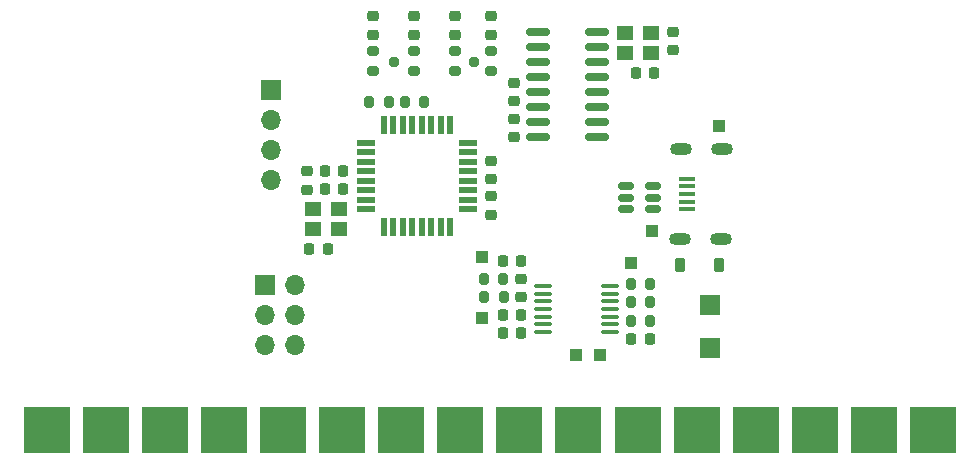
<source format=gbr>
%TF.GenerationSoftware,KiCad,Pcbnew,(7.0.0)*%
%TF.CreationDate,2024-08-27T08:05:48+05:30*%
%TF.ProjectId,Temperature Thing With Thermocouple 3V3,54656d70-6572-4617-9475-726520546869,v2.0.1*%
%TF.SameCoordinates,Original*%
%TF.FileFunction,Soldermask,Top*%
%TF.FilePolarity,Negative*%
%FSLAX46Y46*%
G04 Gerber Fmt 4.6, Leading zero omitted, Abs format (unit mm)*
G04 Created by KiCad (PCBNEW (7.0.0)) date 2024-08-27 08:05:48*
%MOMM*%
%LPD*%
G01*
G04 APERTURE LIST*
G04 Aperture macros list*
%AMRoundRect*
0 Rectangle with rounded corners*
0 $1 Rounding radius*
0 $2 $3 $4 $5 $6 $7 $8 $9 X,Y pos of 4 corners*
0 Add a 4 corners polygon primitive as box body*
4,1,4,$2,$3,$4,$5,$6,$7,$8,$9,$2,$3,0*
0 Add four circle primitives for the rounded corners*
1,1,$1+$1,$2,$3*
1,1,$1+$1,$4,$5*
1,1,$1+$1,$6,$7*
1,1,$1+$1,$8,$9*
0 Add four rect primitives between the rounded corners*
20,1,$1+$1,$2,$3,$4,$5,0*
20,1,$1+$1,$4,$5,$6,$7,0*
20,1,$1+$1,$6,$7,$8,$9,0*
20,1,$1+$1,$8,$9,$2,$3,0*%
G04 Aperture macros list end*
%ADD10R,1.400000X1.200000*%
%ADD11RoundRect,0.225000X-0.225000X-0.250000X0.225000X-0.250000X0.225000X0.250000X-0.225000X0.250000X0*%
%ADD12RoundRect,0.200000X-0.200000X-0.275000X0.200000X-0.275000X0.200000X0.275000X-0.200000X0.275000X0*%
%ADD13RoundRect,0.225000X-0.250000X0.225000X-0.250000X-0.225000X0.250000X-0.225000X0.250000X0.225000X0*%
%ADD14R,1.500000X0.550000*%
%ADD15R,0.550000X1.500000*%
%ADD16RoundRect,0.218750X-0.256250X0.218750X-0.256250X-0.218750X0.256250X-0.218750X0.256250X0.218750X0*%
%ADD17R,1.000000X1.000000*%
%ADD18R,4.000000X4.000000*%
%ADD19RoundRect,0.150000X-0.512500X-0.150000X0.512500X-0.150000X0.512500X0.150000X-0.512500X0.150000X0*%
%ADD20R,1.700000X1.700000*%
%ADD21O,1.700000X1.700000*%
%ADD22RoundRect,0.200000X0.200000X0.275000X-0.200000X0.275000X-0.200000X-0.275000X0.200000X-0.275000X0*%
%ADD23RoundRect,0.100000X-0.637500X-0.100000X0.637500X-0.100000X0.637500X0.100000X-0.637500X0.100000X0*%
%ADD24RoundRect,0.225000X0.225000X0.250000X-0.225000X0.250000X-0.225000X-0.250000X0.225000X-0.250000X0*%
%ADD25RoundRect,0.100000X0.600000X-0.100000X0.600000X0.100000X-0.600000X0.100000X-0.600000X-0.100000X0*%
%ADD26O,1.850000X1.050000*%
%ADD27RoundRect,0.200000X0.275000X-0.200000X0.275000X0.200000X-0.275000X0.200000X-0.275000X-0.200000X0*%
%ADD28RoundRect,0.225000X0.250000X-0.225000X0.250000X0.225000X-0.250000X0.225000X-0.250000X-0.225000X0*%
%ADD29RoundRect,0.200000X-0.275000X0.200000X-0.275000X-0.200000X0.275000X-0.200000X0.275000X0.200000X0*%
%ADD30RoundRect,0.150000X0.825000X0.150000X-0.825000X0.150000X-0.825000X-0.150000X0.825000X-0.150000X0*%
%ADD31RoundRect,0.225000X0.225000X0.375000X-0.225000X0.375000X-0.225000X-0.375000X0.225000X-0.375000X0*%
%ADD32C,0.950000*%
G04 APERTURE END LIST*
D10*
%TO.C,Y2*%
X126224999Y-97274999D03*
X124024999Y-97274999D03*
X124024999Y-98974999D03*
X126224999Y-98974999D03*
%TD*%
D11*
%TO.C,C4*%
X140125000Y-106225000D03*
X141675000Y-106225000D03*
%TD*%
D12*
%TO.C,R5*%
X138500000Y-103175000D03*
X140150000Y-103175000D03*
%TD*%
D13*
%TO.C,C3*%
X141025000Y-89625000D03*
X141025000Y-91175000D03*
%TD*%
D14*
%TO.C,U5*%
X128524999Y-91674999D03*
X128524999Y-92474999D03*
X128524999Y-93274999D03*
X128524999Y-94074999D03*
X128524999Y-94874999D03*
X128524999Y-95674999D03*
X128524999Y-96474999D03*
X128524999Y-97274999D03*
D15*
X130024999Y-98774999D03*
X130824999Y-98774999D03*
X131624999Y-98774999D03*
X132424999Y-98774999D03*
X133224999Y-98774999D03*
X134024999Y-98774999D03*
X134824999Y-98774999D03*
X135624999Y-98774999D03*
D14*
X137124999Y-97274999D03*
X137124999Y-96474999D03*
X137124999Y-95674999D03*
X137124999Y-94874999D03*
X137124999Y-94074999D03*
X137124999Y-93274999D03*
X137124999Y-92474999D03*
X137124999Y-91674999D03*
D15*
X135624999Y-90174999D03*
X134824999Y-90174999D03*
X134024999Y-90174999D03*
X133224999Y-90174999D03*
X132424999Y-90174999D03*
X131624999Y-90174999D03*
X130824999Y-90174999D03*
X130024999Y-90174999D03*
%TD*%
D16*
%TO.C,D1*%
X129075000Y-80937500D03*
X129075000Y-82512500D03*
%TD*%
D17*
%TO.C,TP4*%
X148349999Y-109599999D03*
%TD*%
D18*
%TO.C,J7*%
X166499999Y-115999999D03*
%TD*%
D19*
%TO.C,U7*%
X150562500Y-95350000D03*
X150562500Y-96300000D03*
X150562500Y-97250000D03*
X152837500Y-97250000D03*
X152837500Y-96300000D03*
X152837500Y-95350000D03*
%TD*%
D11*
%TO.C,C2*%
X150975000Y-108275000D03*
X152525000Y-108275000D03*
%TD*%
D16*
%TO.C,D4*%
X136075000Y-80937500D03*
X136075000Y-82512500D03*
%TD*%
D12*
%TO.C,R15*%
X128800000Y-88225000D03*
X130450000Y-88225000D03*
%TD*%
D20*
%TO.C,J18*%
X119999999Y-103674999D03*
D21*
X122539999Y-103674999D03*
X119999999Y-106214999D03*
X122539999Y-106214999D03*
X119999999Y-108754999D03*
X122539999Y-108754999D03*
%TD*%
D12*
%TO.C,R4*%
X138525000Y-104700000D03*
X140175000Y-104700000D03*
%TD*%
D18*
%TO.C,J10*%
X121499999Y-115999999D03*
%TD*%
D22*
%TO.C,R10*%
X152575000Y-106725000D03*
X150925000Y-106725000D03*
%TD*%
D17*
%TO.C,TP10*%
X138349999Y-101349999D03*
%TD*%
D23*
%TO.C,U2*%
X143462500Y-103775000D03*
X143462500Y-104425000D03*
X143462500Y-105075000D03*
X143462500Y-105725000D03*
X143462500Y-106375000D03*
X143462500Y-107025000D03*
X143462500Y-107675000D03*
X149187500Y-107675000D03*
X149187500Y-107025000D03*
X149187500Y-106375000D03*
X149187500Y-105725000D03*
X149187500Y-105075000D03*
X149187500Y-104425000D03*
X149187500Y-103775000D03*
%TD*%
D24*
%TO.C,C8*%
X141675000Y-101650000D03*
X140125000Y-101650000D03*
%TD*%
D18*
%TO.C,J15*%
X141499999Y-115999999D03*
%TD*%
D22*
%TO.C,R14*%
X133450000Y-88225000D03*
X131800000Y-88225000D03*
%TD*%
D25*
%TO.C,J13*%
X155675000Y-97300000D03*
X155675000Y-96650000D03*
X155675000Y-96000000D03*
X155675000Y-95350000D03*
X155675000Y-94700000D03*
D26*
X155124999Y-99799999D03*
X158574999Y-99799999D03*
X155174999Y-92199999D03*
X158624999Y-92199999D03*
%TD*%
D24*
%TO.C,C1*%
X141675000Y-107750000D03*
X140125000Y-107750000D03*
%TD*%
D20*
%TO.C,J16*%
X157679999Y-105399999D03*
%TD*%
D13*
%TO.C,C15*%
X123475000Y-94075000D03*
X123475000Y-95625000D03*
%TD*%
D17*
%TO.C,TP6*%
X138349999Y-106499999D03*
%TD*%
D13*
%TO.C,C13*%
X139125000Y-93200000D03*
X139125000Y-94750000D03*
%TD*%
D27*
%TO.C,R2*%
X132575000Y-85550000D03*
X132575000Y-83900000D03*
%TD*%
D18*
%TO.C,J11*%
X131499999Y-115999999D03*
%TD*%
D28*
%TO.C,C12*%
X139125000Y-97750000D03*
X139125000Y-96200000D03*
%TD*%
D17*
%TO.C,TP2*%
X146299999Y-109599999D03*
%TD*%
D18*
%TO.C,J2*%
X126499999Y-115999999D03*
%TD*%
D22*
%TO.C,R8*%
X152575000Y-103625000D03*
X150925000Y-103625000D03*
%TD*%
D16*
%TO.C,D3*%
X139075000Y-80932500D03*
X139075000Y-82507500D03*
%TD*%
D18*
%TO.C,J8*%
X156499999Y-115999999D03*
%TD*%
D24*
%TO.C,C6*%
X152900000Y-85775000D03*
X151350000Y-85775000D03*
%TD*%
D11*
%TO.C,C11*%
X125000000Y-95600000D03*
X126550000Y-95600000D03*
%TD*%
D18*
%TO.C,J1*%
X116499999Y-115999999D03*
%TD*%
D27*
%TO.C,R1*%
X129075000Y-85550000D03*
X129075000Y-83900000D03*
%TD*%
D20*
%TO.C,J21*%
X120499999Y-87199999D03*
D21*
X120499999Y-89739999D03*
X120499999Y-92279999D03*
X120499999Y-94819999D03*
%TD*%
D18*
%TO.C,J4*%
X106499999Y-115999999D03*
%TD*%
%TO.C,J6*%
X146499999Y-115999999D03*
%TD*%
%TO.C,J12*%
X101499999Y-115999999D03*
%TD*%
%TO.C,J3*%
X136499999Y-115999999D03*
%TD*%
D28*
%TO.C,C5*%
X141650000Y-104725000D03*
X141650000Y-103175000D03*
%TD*%
D17*
%TO.C,TP1*%
X150974999Y-101799999D03*
%TD*%
D29*
%TO.C,R6*%
X139075000Y-83900000D03*
X139075000Y-85550000D03*
%TD*%
D17*
%TO.C,TP3*%
X152724999Y-99149999D03*
%TD*%
D11*
%TO.C,C10*%
X125000000Y-94075000D03*
X126550000Y-94075000D03*
%TD*%
D27*
%TO.C,R7*%
X136075000Y-85550000D03*
X136075000Y-83900000D03*
%TD*%
D18*
%TO.C,J14*%
X171499999Y-115999999D03*
%TD*%
D17*
%TO.C,TP11*%
X158424999Y-90199999D03*
%TD*%
D16*
%TO.C,D2*%
X132575000Y-80937500D03*
X132575000Y-82512500D03*
%TD*%
D18*
%TO.C,J17*%
X161499999Y-115999999D03*
%TD*%
D28*
%TO.C,C9*%
X154475000Y-83800000D03*
X154475000Y-82250000D03*
%TD*%
D13*
%TO.C,C7*%
X141025000Y-86600000D03*
X141025000Y-88150000D03*
%TD*%
D18*
%TO.C,J5*%
X176499999Y-115999999D03*
%TD*%
%TO.C,J9*%
X111499999Y-115999999D03*
%TD*%
%TO.C,J19*%
X151499999Y-115999999D03*
%TD*%
D30*
%TO.C,U1*%
X148050000Y-91170000D03*
X148050000Y-89900000D03*
X148050000Y-88630000D03*
X148050000Y-87360000D03*
X148050000Y-86090000D03*
X148050000Y-84820000D03*
X148050000Y-83550000D03*
X148050000Y-82280000D03*
X143100000Y-82280000D03*
X143100000Y-83550000D03*
X143100000Y-84820000D03*
X143100000Y-86090000D03*
X143100000Y-87360000D03*
X143100000Y-88630000D03*
X143100000Y-89900000D03*
X143100000Y-91170000D03*
%TD*%
D31*
%TO.C,D5*%
X158400000Y-102000000D03*
X155100000Y-102000000D03*
%TD*%
D20*
%TO.C,J20*%
X157629999Y-109049999D03*
%TD*%
D22*
%TO.C,R9*%
X152575000Y-105175000D03*
X150925000Y-105175000D03*
%TD*%
D24*
%TO.C,C16*%
X125275000Y-100625000D03*
X123725000Y-100625000D03*
%TD*%
D10*
%TO.C,Y1*%
X152624999Y-82374999D03*
X150424999Y-82374999D03*
X150424999Y-84074999D03*
X152624999Y-84074999D03*
%TD*%
D32*
%TO.C,U4*%
X130850000Y-84805000D03*
X137650000Y-84805000D03*
%TD*%
M02*

</source>
